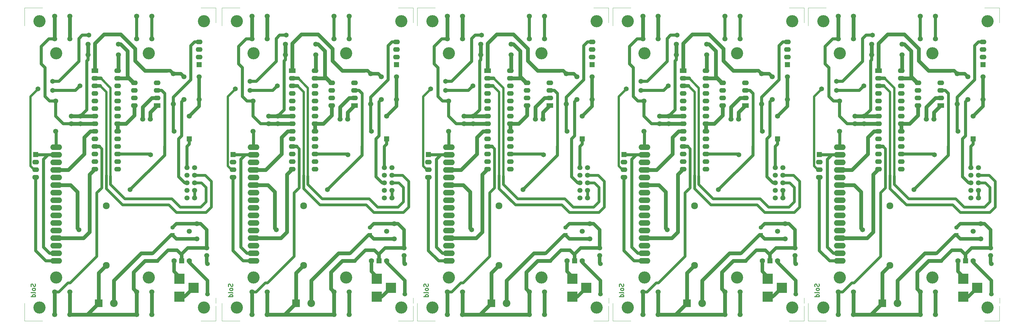
<source format=gbl>
G04 (created by PCBNEW (2013-07-07 BZR 4022)-stable) date 5/4/2015 1:16:15 PM*
%MOIN*%
G04 Gerber Fmt 3.4, Leading zero omitted, Abs format*
%FSLAX34Y34*%
G01*
G70*
G90*
G04 APERTURE LIST*
%ADD10C,0.00590551*%
%ADD11C,0.011811*%
%ADD12C,0.00393701*%
%ADD13C,0.0669291*%
%ADD14R,0.09X0.062*%
%ADD15O,0.09X0.062*%
%ADD16C,0.0905512*%
%ADD17O,0.152X0.076*%
%ADD18R,0.1X0.1*%
%ADD19C,0.1*%
%ADD20C,0.16*%
%ADD21R,0.0669291X0.0669291*%
%ADD22C,0.06*%
%ADD23C,0.066*%
%ADD24R,0.055X0.055*%
%ADD25C,0.055*%
%ADD26R,0.1378X0.1378*%
%ADD27C,0.07*%
%ADD28R,0.07X0.07*%
%ADD29C,0.065*%
%ADD30C,0.04*%
%ADD31C,0.045*%
%ADD32C,0.05*%
%ADD33C,0.03*%
%ADD34C,0.035*%
G04 APERTURE END LIST*
G54D10*
G54D11*
X13460Y-69392D02*
X13489Y-69476D01*
X13489Y-69617D01*
X13460Y-69673D01*
X13432Y-69701D01*
X13376Y-69729D01*
X13320Y-69729D01*
X13264Y-69701D01*
X13235Y-69673D01*
X13207Y-69617D01*
X13179Y-69504D01*
X13151Y-69448D01*
X13123Y-69420D01*
X13067Y-69392D01*
X13010Y-69392D01*
X12954Y-69420D01*
X12926Y-69448D01*
X12898Y-69504D01*
X12898Y-69645D01*
X12926Y-69729D01*
X13489Y-70067D02*
X13460Y-70010D01*
X13432Y-69982D01*
X13376Y-69954D01*
X13207Y-69954D01*
X13151Y-69982D01*
X13123Y-70010D01*
X13095Y-70067D01*
X13095Y-70151D01*
X13123Y-70207D01*
X13151Y-70235D01*
X13207Y-70264D01*
X13376Y-70264D01*
X13432Y-70235D01*
X13460Y-70207D01*
X13489Y-70151D01*
X13489Y-70067D01*
X13489Y-70601D02*
X13460Y-70545D01*
X13404Y-70517D01*
X12898Y-70517D01*
X13489Y-71079D02*
X12898Y-71079D01*
X13460Y-71079D02*
X13489Y-71023D01*
X13489Y-70910D01*
X13460Y-70854D01*
X13432Y-70826D01*
X13376Y-70798D01*
X13207Y-70798D01*
X13151Y-70826D01*
X13123Y-70854D01*
X13095Y-70910D01*
X13095Y-71023D01*
X13123Y-71079D01*
G54D12*
X37250Y-71950D02*
X37250Y-71250D01*
X12046Y-32941D02*
X12046Y-35303D01*
X12440Y-32941D02*
X12046Y-32941D01*
X12046Y-74279D02*
X12046Y-71917D01*
X12440Y-74279D02*
X12046Y-74279D01*
X37243Y-32941D02*
X37243Y-34909D01*
X35275Y-32941D02*
X37243Y-32941D01*
X37243Y-32941D02*
X35275Y-32941D01*
X37243Y-74279D02*
X37243Y-72311D01*
X37243Y-74279D02*
X35275Y-74279D01*
X12440Y-74279D02*
X14409Y-74279D01*
X12440Y-32941D02*
X14409Y-32941D01*
G54D11*
X116710Y-69392D02*
X116739Y-69476D01*
X116739Y-69617D01*
X116710Y-69673D01*
X116682Y-69701D01*
X116626Y-69729D01*
X116570Y-69729D01*
X116514Y-69701D01*
X116485Y-69673D01*
X116457Y-69617D01*
X116429Y-69504D01*
X116401Y-69448D01*
X116373Y-69420D01*
X116317Y-69392D01*
X116260Y-69392D01*
X116204Y-69420D01*
X116176Y-69448D01*
X116148Y-69504D01*
X116148Y-69645D01*
X116176Y-69729D01*
X116739Y-70067D02*
X116710Y-70010D01*
X116682Y-69982D01*
X116626Y-69954D01*
X116457Y-69954D01*
X116401Y-69982D01*
X116373Y-70010D01*
X116345Y-70067D01*
X116345Y-70151D01*
X116373Y-70207D01*
X116401Y-70235D01*
X116457Y-70264D01*
X116626Y-70264D01*
X116682Y-70235D01*
X116710Y-70207D01*
X116739Y-70151D01*
X116739Y-70067D01*
X116739Y-70601D02*
X116710Y-70545D01*
X116654Y-70517D01*
X116148Y-70517D01*
X116739Y-71079D02*
X116148Y-71079D01*
X116710Y-71079D02*
X116739Y-71023D01*
X116739Y-70910D01*
X116710Y-70854D01*
X116682Y-70826D01*
X116626Y-70798D01*
X116457Y-70798D01*
X116401Y-70826D01*
X116373Y-70854D01*
X116345Y-70910D01*
X116345Y-71023D01*
X116373Y-71079D01*
G54D12*
X140500Y-71950D02*
X140500Y-71250D01*
X115296Y-32941D02*
X115296Y-35303D01*
X115690Y-32941D02*
X115296Y-32941D01*
X115296Y-74279D02*
X115296Y-71917D01*
X115690Y-74279D02*
X115296Y-74279D01*
X140493Y-32941D02*
X140493Y-34909D01*
X138525Y-32941D02*
X140493Y-32941D01*
X140493Y-32941D02*
X138525Y-32941D01*
X140493Y-74279D02*
X140493Y-72311D01*
X140493Y-74279D02*
X138525Y-74279D01*
X115690Y-74279D02*
X117659Y-74279D01*
X115690Y-32941D02*
X117659Y-32941D01*
G54D11*
X90960Y-69392D02*
X90989Y-69476D01*
X90989Y-69617D01*
X90960Y-69673D01*
X90932Y-69701D01*
X90876Y-69729D01*
X90820Y-69729D01*
X90764Y-69701D01*
X90735Y-69673D01*
X90707Y-69617D01*
X90679Y-69504D01*
X90651Y-69448D01*
X90623Y-69420D01*
X90567Y-69392D01*
X90510Y-69392D01*
X90454Y-69420D01*
X90426Y-69448D01*
X90398Y-69504D01*
X90398Y-69645D01*
X90426Y-69729D01*
X90989Y-70067D02*
X90960Y-70010D01*
X90932Y-69982D01*
X90876Y-69954D01*
X90707Y-69954D01*
X90651Y-69982D01*
X90623Y-70010D01*
X90595Y-70067D01*
X90595Y-70151D01*
X90623Y-70207D01*
X90651Y-70235D01*
X90707Y-70264D01*
X90876Y-70264D01*
X90932Y-70235D01*
X90960Y-70207D01*
X90989Y-70151D01*
X90989Y-70067D01*
X90989Y-70601D02*
X90960Y-70545D01*
X90904Y-70517D01*
X90398Y-70517D01*
X90989Y-71079D02*
X90398Y-71079D01*
X90960Y-71079D02*
X90989Y-71023D01*
X90989Y-70910D01*
X90960Y-70854D01*
X90932Y-70826D01*
X90876Y-70798D01*
X90707Y-70798D01*
X90651Y-70826D01*
X90623Y-70854D01*
X90595Y-70910D01*
X90595Y-71023D01*
X90623Y-71079D01*
G54D12*
X114750Y-71950D02*
X114750Y-71250D01*
X89546Y-32941D02*
X89546Y-35303D01*
X89940Y-32941D02*
X89546Y-32941D01*
X89546Y-74279D02*
X89546Y-71917D01*
X89940Y-74279D02*
X89546Y-74279D01*
X114743Y-32941D02*
X114743Y-34909D01*
X112775Y-32941D02*
X114743Y-32941D01*
X114743Y-32941D02*
X112775Y-32941D01*
X114743Y-74279D02*
X114743Y-72311D01*
X114743Y-74279D02*
X112775Y-74279D01*
X89940Y-74279D02*
X91909Y-74279D01*
X89940Y-32941D02*
X91909Y-32941D01*
G54D11*
X39460Y-69392D02*
X39489Y-69476D01*
X39489Y-69617D01*
X39460Y-69673D01*
X39432Y-69701D01*
X39376Y-69729D01*
X39320Y-69729D01*
X39264Y-69701D01*
X39235Y-69673D01*
X39207Y-69617D01*
X39179Y-69504D01*
X39151Y-69448D01*
X39123Y-69420D01*
X39067Y-69392D01*
X39010Y-69392D01*
X38954Y-69420D01*
X38926Y-69448D01*
X38898Y-69504D01*
X38898Y-69645D01*
X38926Y-69729D01*
X39489Y-70067D02*
X39460Y-70010D01*
X39432Y-69982D01*
X39376Y-69954D01*
X39207Y-69954D01*
X39151Y-69982D01*
X39123Y-70010D01*
X39095Y-70067D01*
X39095Y-70151D01*
X39123Y-70207D01*
X39151Y-70235D01*
X39207Y-70264D01*
X39376Y-70264D01*
X39432Y-70235D01*
X39460Y-70207D01*
X39489Y-70151D01*
X39489Y-70067D01*
X39489Y-70601D02*
X39460Y-70545D01*
X39404Y-70517D01*
X38898Y-70517D01*
X39489Y-71079D02*
X38898Y-71079D01*
X39460Y-71079D02*
X39489Y-71023D01*
X39489Y-70910D01*
X39460Y-70854D01*
X39432Y-70826D01*
X39376Y-70798D01*
X39207Y-70798D01*
X39151Y-70826D01*
X39123Y-70854D01*
X39095Y-70910D01*
X39095Y-71023D01*
X39123Y-71079D01*
G54D12*
X63250Y-71950D02*
X63250Y-71250D01*
X38046Y-32941D02*
X38046Y-35303D01*
X38440Y-32941D02*
X38046Y-32941D01*
X38046Y-74279D02*
X38046Y-71917D01*
X38440Y-74279D02*
X38046Y-74279D01*
X63243Y-32941D02*
X63243Y-34909D01*
X61275Y-32941D02*
X63243Y-32941D01*
X63243Y-32941D02*
X61275Y-32941D01*
X63243Y-74279D02*
X63243Y-72311D01*
X63243Y-74279D02*
X61275Y-74279D01*
X38440Y-74279D02*
X40409Y-74279D01*
X38440Y-32941D02*
X40409Y-32941D01*
G54D11*
X65210Y-69392D02*
X65239Y-69476D01*
X65239Y-69617D01*
X65210Y-69673D01*
X65182Y-69701D01*
X65126Y-69729D01*
X65070Y-69729D01*
X65014Y-69701D01*
X64985Y-69673D01*
X64957Y-69617D01*
X64929Y-69504D01*
X64901Y-69448D01*
X64873Y-69420D01*
X64817Y-69392D01*
X64760Y-69392D01*
X64704Y-69420D01*
X64676Y-69448D01*
X64648Y-69504D01*
X64648Y-69645D01*
X64676Y-69729D01*
X65239Y-70067D02*
X65210Y-70010D01*
X65182Y-69982D01*
X65126Y-69954D01*
X64957Y-69954D01*
X64901Y-69982D01*
X64873Y-70010D01*
X64845Y-70067D01*
X64845Y-70151D01*
X64873Y-70207D01*
X64901Y-70235D01*
X64957Y-70264D01*
X65126Y-70264D01*
X65182Y-70235D01*
X65210Y-70207D01*
X65239Y-70151D01*
X65239Y-70067D01*
X65239Y-70601D02*
X65210Y-70545D01*
X65154Y-70517D01*
X64648Y-70517D01*
X65239Y-71079D02*
X64648Y-71079D01*
X65210Y-71079D02*
X65239Y-71023D01*
X65239Y-70910D01*
X65210Y-70854D01*
X65182Y-70826D01*
X65126Y-70798D01*
X64957Y-70798D01*
X64901Y-70826D01*
X64873Y-70854D01*
X64845Y-70910D01*
X64845Y-71023D01*
X64873Y-71079D01*
G54D12*
X89000Y-71950D02*
X89000Y-71250D01*
X63796Y-32941D02*
X63796Y-35303D01*
X64190Y-32941D02*
X63796Y-32941D01*
X63796Y-74279D02*
X63796Y-71917D01*
X64190Y-74279D02*
X63796Y-74279D01*
X88993Y-32941D02*
X88993Y-34909D01*
X87025Y-32941D02*
X88993Y-32941D01*
X88993Y-32941D02*
X87025Y-32941D01*
X88993Y-74279D02*
X88993Y-72311D01*
X88993Y-74279D02*
X87025Y-74279D01*
X64190Y-74279D02*
X66159Y-74279D01*
X64190Y-32941D02*
X66159Y-32941D01*
G54D13*
X33450Y-54050D03*
X34450Y-54050D03*
X33450Y-55050D03*
X34450Y-55050D03*
X33450Y-56050D03*
X34450Y-56050D03*
X33450Y-57050D03*
X34450Y-57050D03*
X33450Y-58050D03*
X34450Y-58050D03*
X34750Y-63450D03*
X33750Y-62450D03*
X34750Y-61450D03*
X16150Y-49250D03*
X16150Y-45250D03*
X20400Y-39150D03*
X24400Y-39150D03*
X20400Y-37750D03*
X24400Y-37750D03*
X31650Y-45650D03*
X31650Y-41650D03*
G54D14*
X29500Y-45850D03*
G54D15*
X29500Y-44850D03*
X29500Y-43850D03*
X29500Y-42850D03*
X26500Y-42850D03*
X26500Y-43850D03*
X26500Y-44850D03*
X26500Y-45850D03*
X21300Y-42250D03*
X21300Y-43250D03*
X21300Y-44250D03*
X21300Y-45250D03*
X21300Y-46250D03*
X21300Y-47250D03*
X21300Y-48250D03*
X21300Y-49250D03*
X21300Y-50250D03*
X21300Y-51250D03*
X21300Y-52250D03*
X21300Y-53250D03*
X21300Y-54250D03*
G54D14*
X21300Y-41250D03*
G54D15*
X24300Y-54250D03*
X24300Y-53250D03*
X24300Y-52250D03*
X24300Y-51250D03*
X24300Y-50250D03*
X24300Y-49250D03*
X24300Y-48250D03*
X24300Y-47250D03*
X24300Y-46250D03*
X24300Y-45250D03*
X24300Y-44250D03*
X24300Y-43250D03*
X24300Y-42250D03*
X24300Y-41250D03*
G54D13*
X27600Y-47650D03*
X28600Y-47650D03*
X18200Y-47250D03*
X18200Y-48250D03*
X19400Y-47250D03*
X19400Y-48250D03*
G54D16*
X22800Y-59076D03*
X22800Y-66950D03*
G54D17*
X16200Y-66350D03*
X16200Y-65350D03*
X16200Y-64350D03*
X16200Y-63350D03*
X16200Y-62350D03*
X16200Y-61350D03*
X16200Y-60350D03*
X16200Y-59350D03*
X16200Y-58350D03*
X16200Y-57350D03*
X16200Y-56350D03*
X16200Y-55350D03*
X16200Y-54350D03*
X16200Y-53350D03*
X16200Y-52350D03*
X16200Y-51350D03*
G54D13*
X26800Y-70450D03*
X28800Y-70450D03*
X26800Y-73450D03*
X28800Y-73450D03*
X26800Y-34050D03*
X28800Y-34050D03*
X26800Y-37050D03*
X28800Y-37050D03*
X18000Y-73450D03*
X16000Y-73450D03*
X18000Y-70450D03*
X16000Y-70450D03*
X16000Y-34050D03*
X18000Y-34050D03*
X16000Y-37050D03*
X18000Y-37050D03*
X35050Y-45050D03*
X33050Y-45050D03*
X35050Y-42050D03*
X33050Y-42050D03*
G54D18*
X21800Y-71950D03*
G54D19*
X23800Y-71950D03*
G54D20*
X35668Y-72508D03*
X14015Y-72508D03*
X14015Y-34712D03*
X35668Y-34712D03*
X16200Y-38950D03*
X16200Y-68550D03*
X28400Y-68550D03*
X28400Y-38950D03*
G54D21*
X33750Y-50250D03*
G54D13*
X33750Y-47250D03*
G54D21*
X35050Y-40450D03*
G54D15*
X35050Y-39450D03*
X35050Y-38450D03*
X35050Y-37450D03*
G54D21*
X13500Y-52300D03*
G54D15*
X13500Y-53300D03*
X13500Y-54300D03*
X13500Y-55300D03*
G54D22*
X36150Y-66750D03*
X36150Y-70750D03*
G54D23*
X36050Y-65650D03*
X36050Y-64650D03*
G54D24*
X31550Y-62950D03*
G54D25*
X31550Y-61950D03*
G54D26*
X32450Y-68709D03*
X32450Y-71071D03*
X34300Y-69890D03*
G54D27*
X31750Y-66350D03*
G54D28*
X32750Y-66350D03*
G54D27*
X33750Y-66350D03*
G54D13*
X136700Y-54050D03*
X137700Y-54050D03*
X136700Y-55050D03*
X137700Y-55050D03*
X136700Y-56050D03*
X137700Y-56050D03*
X136700Y-57050D03*
X137700Y-57050D03*
X136700Y-58050D03*
X137700Y-58050D03*
X138000Y-63450D03*
X137000Y-62450D03*
X138000Y-61450D03*
X119400Y-49250D03*
X119400Y-45250D03*
X123650Y-39150D03*
X127650Y-39150D03*
X123650Y-37750D03*
X127650Y-37750D03*
X134900Y-45650D03*
X134900Y-41650D03*
G54D14*
X132750Y-45850D03*
G54D15*
X132750Y-44850D03*
X132750Y-43850D03*
X132750Y-42850D03*
X129750Y-42850D03*
X129750Y-43850D03*
X129750Y-44850D03*
X129750Y-45850D03*
X124550Y-42250D03*
X124550Y-43250D03*
X124550Y-44250D03*
X124550Y-45250D03*
X124550Y-46250D03*
X124550Y-47250D03*
X124550Y-48250D03*
X124550Y-49250D03*
X124550Y-50250D03*
X124550Y-51250D03*
X124550Y-52250D03*
X124550Y-53250D03*
X124550Y-54250D03*
G54D14*
X124550Y-41250D03*
G54D15*
X127550Y-54250D03*
X127550Y-53250D03*
X127550Y-52250D03*
X127550Y-51250D03*
X127550Y-50250D03*
X127550Y-49250D03*
X127550Y-48250D03*
X127550Y-47250D03*
X127550Y-46250D03*
X127550Y-45250D03*
X127550Y-44250D03*
X127550Y-43250D03*
X127550Y-42250D03*
X127550Y-41250D03*
G54D13*
X130850Y-47650D03*
X131850Y-47650D03*
X121450Y-47250D03*
X121450Y-48250D03*
X122650Y-47250D03*
X122650Y-48250D03*
G54D16*
X126050Y-59076D03*
X126050Y-66950D03*
G54D17*
X119450Y-66350D03*
X119450Y-65350D03*
X119450Y-64350D03*
X119450Y-63350D03*
X119450Y-62350D03*
X119450Y-61350D03*
X119450Y-60350D03*
X119450Y-59350D03*
X119450Y-58350D03*
X119450Y-57350D03*
X119450Y-56350D03*
X119450Y-55350D03*
X119450Y-54350D03*
X119450Y-53350D03*
X119450Y-52350D03*
X119450Y-51350D03*
G54D13*
X130050Y-70450D03*
X132050Y-70450D03*
X130050Y-73450D03*
X132050Y-73450D03*
X130050Y-34050D03*
X132050Y-34050D03*
X130050Y-37050D03*
X132050Y-37050D03*
X121250Y-73450D03*
X119250Y-73450D03*
X121250Y-70450D03*
X119250Y-70450D03*
X119250Y-34050D03*
X121250Y-34050D03*
X119250Y-37050D03*
X121250Y-37050D03*
X138300Y-45050D03*
X136300Y-45050D03*
X138300Y-42050D03*
X136300Y-42050D03*
G54D18*
X125050Y-71950D03*
G54D19*
X127050Y-71950D03*
G54D20*
X138918Y-72508D03*
X117265Y-72508D03*
X117265Y-34712D03*
X138918Y-34712D03*
X119450Y-38950D03*
X119450Y-68550D03*
X131650Y-68550D03*
X131650Y-38950D03*
G54D21*
X137000Y-50250D03*
G54D13*
X137000Y-47250D03*
G54D21*
X138300Y-40450D03*
G54D15*
X138300Y-39450D03*
X138300Y-38450D03*
X138300Y-37450D03*
G54D21*
X116750Y-52300D03*
G54D15*
X116750Y-53300D03*
X116750Y-54300D03*
X116750Y-55300D03*
G54D22*
X139400Y-66750D03*
X139400Y-70750D03*
G54D23*
X139300Y-65650D03*
X139300Y-64650D03*
G54D24*
X134800Y-62950D03*
G54D25*
X134800Y-61950D03*
G54D26*
X135700Y-68709D03*
X135700Y-71071D03*
X137550Y-69890D03*
G54D27*
X135000Y-66350D03*
G54D28*
X136000Y-66350D03*
G54D27*
X137000Y-66350D03*
G54D13*
X110950Y-54050D03*
X111950Y-54050D03*
X110950Y-55050D03*
X111950Y-55050D03*
X110950Y-56050D03*
X111950Y-56050D03*
X110950Y-57050D03*
X111950Y-57050D03*
X110950Y-58050D03*
X111950Y-58050D03*
X112250Y-63450D03*
X111250Y-62450D03*
X112250Y-61450D03*
X93650Y-49250D03*
X93650Y-45250D03*
X97900Y-39150D03*
X101900Y-39150D03*
X97900Y-37750D03*
X101900Y-37750D03*
X109150Y-45650D03*
X109150Y-41650D03*
G54D14*
X107000Y-45850D03*
G54D15*
X107000Y-44850D03*
X107000Y-43850D03*
X107000Y-42850D03*
X104000Y-42850D03*
X104000Y-43850D03*
X104000Y-44850D03*
X104000Y-45850D03*
X98800Y-42250D03*
X98800Y-43250D03*
X98800Y-44250D03*
X98800Y-45250D03*
X98800Y-46250D03*
X98800Y-47250D03*
X98800Y-48250D03*
X98800Y-49250D03*
X98800Y-50250D03*
X98800Y-51250D03*
X98800Y-52250D03*
X98800Y-53250D03*
X98800Y-54250D03*
G54D14*
X98800Y-41250D03*
G54D15*
X101800Y-54250D03*
X101800Y-53250D03*
X101800Y-52250D03*
X101800Y-51250D03*
X101800Y-50250D03*
X101800Y-49250D03*
X101800Y-48250D03*
X101800Y-47250D03*
X101800Y-46250D03*
X101800Y-45250D03*
X101800Y-44250D03*
X101800Y-43250D03*
X101800Y-42250D03*
X101800Y-41250D03*
G54D13*
X105100Y-47650D03*
X106100Y-47650D03*
X95700Y-47250D03*
X95700Y-48250D03*
X96900Y-47250D03*
X96900Y-48250D03*
G54D16*
X100300Y-59076D03*
X100300Y-66950D03*
G54D17*
X93700Y-66350D03*
X93700Y-65350D03*
X93700Y-64350D03*
X93700Y-63350D03*
X93700Y-62350D03*
X93700Y-61350D03*
X93700Y-60350D03*
X93700Y-59350D03*
X93700Y-58350D03*
X93700Y-57350D03*
X93700Y-56350D03*
X93700Y-55350D03*
X93700Y-54350D03*
X93700Y-53350D03*
X93700Y-52350D03*
X93700Y-51350D03*
G54D13*
X104300Y-70450D03*
X106300Y-70450D03*
X104300Y-73450D03*
X106300Y-73450D03*
X104300Y-34050D03*
X106300Y-34050D03*
X104300Y-37050D03*
X106300Y-37050D03*
X95500Y-73450D03*
X93500Y-73450D03*
X95500Y-70450D03*
X93500Y-70450D03*
X93500Y-34050D03*
X95500Y-34050D03*
X93500Y-37050D03*
X95500Y-37050D03*
X112550Y-45050D03*
X110550Y-45050D03*
X112550Y-42050D03*
X110550Y-42050D03*
G54D18*
X99300Y-71950D03*
G54D19*
X101300Y-71950D03*
G54D20*
X113168Y-72508D03*
X91515Y-72508D03*
X91515Y-34712D03*
X113168Y-34712D03*
X93700Y-38950D03*
X93700Y-68550D03*
X105900Y-68550D03*
X105900Y-38950D03*
G54D21*
X111250Y-50250D03*
G54D13*
X111250Y-47250D03*
G54D21*
X112550Y-40450D03*
G54D15*
X112550Y-39450D03*
X112550Y-38450D03*
X112550Y-37450D03*
G54D21*
X91000Y-52300D03*
G54D15*
X91000Y-53300D03*
X91000Y-54300D03*
X91000Y-55300D03*
G54D22*
X113650Y-66750D03*
X113650Y-70750D03*
G54D23*
X113550Y-65650D03*
X113550Y-64650D03*
G54D24*
X109050Y-62950D03*
G54D25*
X109050Y-61950D03*
G54D26*
X109950Y-68709D03*
X109950Y-71071D03*
X111800Y-69890D03*
G54D27*
X109250Y-66350D03*
G54D28*
X110250Y-66350D03*
G54D27*
X111250Y-66350D03*
G54D13*
X59450Y-54050D03*
X60450Y-54050D03*
X59450Y-55050D03*
X60450Y-55050D03*
X59450Y-56050D03*
X60450Y-56050D03*
X59450Y-57050D03*
X60450Y-57050D03*
X59450Y-58050D03*
X60450Y-58050D03*
X60750Y-63450D03*
X59750Y-62450D03*
X60750Y-61450D03*
X42150Y-49250D03*
X42150Y-45250D03*
X46400Y-39150D03*
X50400Y-39150D03*
X46400Y-37750D03*
X50400Y-37750D03*
X57650Y-45650D03*
X57650Y-41650D03*
G54D14*
X55500Y-45850D03*
G54D15*
X55500Y-44850D03*
X55500Y-43850D03*
X55500Y-42850D03*
X52500Y-42850D03*
X52500Y-43850D03*
X52500Y-44850D03*
X52500Y-45850D03*
X47300Y-42250D03*
X47300Y-43250D03*
X47300Y-44250D03*
X47300Y-45250D03*
X47300Y-46250D03*
X47300Y-47250D03*
X47300Y-48250D03*
X47300Y-49250D03*
X47300Y-50250D03*
X47300Y-51250D03*
X47300Y-52250D03*
X47300Y-53250D03*
X47300Y-54250D03*
G54D14*
X47300Y-41250D03*
G54D15*
X50300Y-54250D03*
X50300Y-53250D03*
X50300Y-52250D03*
X50300Y-51250D03*
X50300Y-50250D03*
X50300Y-49250D03*
X50300Y-48250D03*
X50300Y-47250D03*
X50300Y-46250D03*
X50300Y-45250D03*
X50300Y-44250D03*
X50300Y-43250D03*
X50300Y-42250D03*
X50300Y-41250D03*
G54D13*
X53600Y-47650D03*
X54600Y-47650D03*
X44200Y-47250D03*
X44200Y-48250D03*
X45400Y-47250D03*
X45400Y-48250D03*
G54D16*
X48800Y-59076D03*
X48800Y-66950D03*
G54D17*
X42200Y-66350D03*
X42200Y-65350D03*
X42200Y-64350D03*
X42200Y-63350D03*
X42200Y-62350D03*
X42200Y-61350D03*
X42200Y-60350D03*
X42200Y-59350D03*
X42200Y-58350D03*
X42200Y-57350D03*
X42200Y-56350D03*
X42200Y-55350D03*
X42200Y-54350D03*
X42200Y-53350D03*
X42200Y-52350D03*
X42200Y-51350D03*
G54D13*
X52800Y-70450D03*
X54800Y-70450D03*
X52800Y-73450D03*
X54800Y-73450D03*
X52800Y-34050D03*
X54800Y-34050D03*
X52800Y-37050D03*
X54800Y-37050D03*
X44000Y-73450D03*
X42000Y-73450D03*
X44000Y-70450D03*
X42000Y-70450D03*
X42000Y-34050D03*
X44000Y-34050D03*
X42000Y-37050D03*
X44000Y-37050D03*
X61050Y-45050D03*
X59050Y-45050D03*
X61050Y-42050D03*
X59050Y-42050D03*
G54D18*
X47800Y-71950D03*
G54D19*
X49800Y-71950D03*
G54D20*
X61668Y-72508D03*
X40015Y-72508D03*
X40015Y-34712D03*
X61668Y-34712D03*
X42200Y-38950D03*
X42200Y-68550D03*
X54400Y-68550D03*
X54400Y-38950D03*
G54D21*
X59750Y-50250D03*
G54D13*
X59750Y-47250D03*
G54D21*
X61050Y-40450D03*
G54D15*
X61050Y-39450D03*
X61050Y-38450D03*
X61050Y-37450D03*
G54D21*
X39500Y-52300D03*
G54D15*
X39500Y-53300D03*
X39500Y-54300D03*
X39500Y-55300D03*
G54D22*
X62150Y-66750D03*
X62150Y-70750D03*
G54D23*
X62050Y-65650D03*
X62050Y-64650D03*
G54D24*
X57550Y-62950D03*
G54D25*
X57550Y-61950D03*
G54D26*
X58450Y-68709D03*
X58450Y-71071D03*
X60300Y-69890D03*
G54D27*
X57750Y-66350D03*
G54D28*
X58750Y-66350D03*
G54D27*
X59750Y-66350D03*
G54D13*
X85200Y-54050D03*
X86200Y-54050D03*
X85200Y-55050D03*
X86200Y-55050D03*
X85200Y-56050D03*
X86200Y-56050D03*
X85200Y-57050D03*
X86200Y-57050D03*
X85200Y-58050D03*
X86200Y-58050D03*
X86500Y-63450D03*
X85500Y-62450D03*
X86500Y-61450D03*
X67900Y-49250D03*
X67900Y-45250D03*
X72150Y-39150D03*
X76150Y-39150D03*
X72150Y-37750D03*
X76150Y-37750D03*
X83400Y-45650D03*
X83400Y-41650D03*
G54D14*
X81250Y-45850D03*
G54D15*
X81250Y-44850D03*
X81250Y-43850D03*
X81250Y-42850D03*
X78250Y-42850D03*
X78250Y-43850D03*
X78250Y-44850D03*
X78250Y-45850D03*
X73050Y-42250D03*
X73050Y-43250D03*
X73050Y-44250D03*
X73050Y-45250D03*
X73050Y-46250D03*
X73050Y-47250D03*
X73050Y-48250D03*
X73050Y-49250D03*
X73050Y-50250D03*
X73050Y-51250D03*
X73050Y-52250D03*
X73050Y-53250D03*
X73050Y-54250D03*
G54D14*
X73050Y-41250D03*
G54D15*
X76050Y-54250D03*
X76050Y-53250D03*
X76050Y-52250D03*
X76050Y-51250D03*
X76050Y-50250D03*
X76050Y-49250D03*
X76050Y-48250D03*
X76050Y-47250D03*
X76050Y-46250D03*
X76050Y-45250D03*
X76050Y-44250D03*
X76050Y-43250D03*
X76050Y-42250D03*
X76050Y-41250D03*
G54D13*
X79350Y-47650D03*
X80350Y-47650D03*
X69950Y-47250D03*
X69950Y-48250D03*
X71150Y-47250D03*
X71150Y-48250D03*
G54D16*
X74550Y-59076D03*
X74550Y-66950D03*
G54D17*
X67950Y-66350D03*
X67950Y-65350D03*
X67950Y-64350D03*
X67950Y-63350D03*
X67950Y-62350D03*
X67950Y-61350D03*
X67950Y-60350D03*
X67950Y-59350D03*
X67950Y-58350D03*
X67950Y-57350D03*
X67950Y-56350D03*
X67950Y-55350D03*
X67950Y-54350D03*
X67950Y-53350D03*
X67950Y-52350D03*
X67950Y-51350D03*
G54D13*
X78550Y-70450D03*
X80550Y-70450D03*
X78550Y-73450D03*
X80550Y-73450D03*
X78550Y-34050D03*
X80550Y-34050D03*
X78550Y-37050D03*
X80550Y-37050D03*
X69750Y-73450D03*
X67750Y-73450D03*
X69750Y-70450D03*
X67750Y-70450D03*
X67750Y-34050D03*
X69750Y-34050D03*
X67750Y-37050D03*
X69750Y-37050D03*
X86800Y-45050D03*
X84800Y-45050D03*
X86800Y-42050D03*
X84800Y-42050D03*
G54D18*
X73550Y-71950D03*
G54D19*
X75550Y-71950D03*
G54D20*
X87418Y-72508D03*
X65765Y-72508D03*
X65765Y-34712D03*
X87418Y-34712D03*
X67950Y-38950D03*
X67950Y-68550D03*
X80150Y-68550D03*
X80150Y-38950D03*
G54D21*
X85500Y-50250D03*
G54D13*
X85500Y-47250D03*
G54D21*
X86800Y-40450D03*
G54D15*
X86800Y-39450D03*
X86800Y-38450D03*
X86800Y-37450D03*
G54D21*
X65250Y-52300D03*
G54D15*
X65250Y-53300D03*
X65250Y-54300D03*
X65250Y-55300D03*
G54D22*
X87900Y-66750D03*
X87900Y-70750D03*
G54D23*
X87800Y-65650D03*
X87800Y-64650D03*
G54D24*
X83300Y-62950D03*
G54D25*
X83300Y-61950D03*
G54D26*
X84200Y-68709D03*
X84200Y-71071D03*
X86050Y-69890D03*
G54D27*
X83500Y-66350D03*
G54D28*
X84500Y-66350D03*
G54D27*
X85500Y-66350D03*
G54D29*
X31750Y-49250D03*
X135000Y-49250D03*
X109250Y-49250D03*
X57750Y-49250D03*
X83500Y-49250D03*
X13800Y-43650D03*
X15750Y-42650D03*
X20500Y-36550D03*
X117050Y-43650D03*
X119000Y-42650D03*
X123750Y-36550D03*
X91300Y-43650D03*
X93250Y-42650D03*
X98000Y-36550D03*
X39800Y-43650D03*
X41750Y-42650D03*
X46500Y-36550D03*
X65550Y-43650D03*
X67500Y-42650D03*
X72250Y-36550D03*
X19200Y-62250D03*
X122450Y-62250D03*
X96700Y-62250D03*
X45200Y-62250D03*
X70950Y-62250D03*
X28650Y-52350D03*
X131900Y-52350D03*
X106150Y-52350D03*
X54650Y-52350D03*
X80400Y-52350D03*
X15750Y-43850D03*
X19350Y-43250D03*
X119000Y-43850D03*
X122600Y-43250D03*
X93250Y-43850D03*
X96850Y-43250D03*
X41750Y-43850D03*
X45350Y-43250D03*
X67500Y-43850D03*
X71100Y-43250D03*
X25950Y-56950D03*
X129200Y-56950D03*
X103450Y-56950D03*
X51950Y-56950D03*
X77700Y-56950D03*
G54D30*
X16200Y-52350D02*
X15150Y-52350D01*
X15350Y-65350D02*
X16200Y-65350D01*
X14550Y-64550D02*
X15350Y-65350D01*
X14550Y-52950D02*
X14550Y-64550D01*
X15150Y-52350D02*
X14550Y-52950D01*
X16200Y-52350D02*
X13550Y-52350D01*
X13550Y-52350D02*
X13500Y-52300D01*
G54D31*
X31550Y-62950D02*
X31350Y-62950D01*
X28950Y-65350D02*
X28250Y-65350D01*
X31350Y-62950D02*
X28950Y-65350D01*
X34750Y-63450D02*
X32050Y-63450D01*
X32050Y-63450D02*
X31550Y-62950D01*
X36150Y-70750D02*
X36150Y-68950D01*
X36150Y-68950D02*
X33750Y-66550D01*
X33750Y-66550D02*
X33750Y-66350D01*
G54D30*
X31750Y-49250D02*
X31650Y-49150D01*
X31650Y-49150D02*
X31650Y-45650D01*
X31650Y-45650D02*
X31650Y-44750D01*
X34450Y-37450D02*
X35050Y-37450D01*
X33950Y-37950D02*
X34450Y-37450D01*
X33950Y-42450D02*
X33950Y-37950D01*
X31650Y-44750D02*
X33950Y-42450D01*
X20400Y-39150D02*
X20400Y-39800D01*
X20250Y-46400D02*
X19400Y-47250D01*
X20250Y-39950D02*
X20250Y-46400D01*
X20400Y-39800D02*
X20250Y-39950D01*
G54D32*
X23800Y-68950D02*
X23800Y-71950D01*
X28250Y-65350D02*
X27400Y-65350D01*
X27400Y-65350D02*
X23800Y-68950D01*
X28800Y-65350D02*
X28250Y-65350D01*
G54D30*
X24400Y-49150D02*
X24300Y-49250D01*
G54D32*
X20400Y-37750D02*
X20400Y-39150D01*
X24300Y-48250D02*
X25400Y-48250D01*
X25400Y-48250D02*
X26500Y-47150D01*
X26500Y-47150D02*
X26500Y-45850D01*
X24300Y-49250D02*
X24300Y-48250D01*
X19400Y-47250D02*
X21300Y-47250D01*
X18200Y-47250D02*
X19400Y-47250D01*
G54D30*
X119450Y-52350D02*
X118400Y-52350D01*
X118600Y-65350D02*
X119450Y-65350D01*
X117800Y-64550D02*
X118600Y-65350D01*
X117800Y-52950D02*
X117800Y-64550D01*
X118400Y-52350D02*
X117800Y-52950D01*
X119450Y-52350D02*
X116800Y-52350D01*
X116800Y-52350D02*
X116750Y-52300D01*
G54D31*
X134800Y-62950D02*
X134600Y-62950D01*
X132200Y-65350D02*
X131500Y-65350D01*
X134600Y-62950D02*
X132200Y-65350D01*
X138000Y-63450D02*
X135300Y-63450D01*
X135300Y-63450D02*
X134800Y-62950D01*
X139400Y-70750D02*
X139400Y-68950D01*
X139400Y-68950D02*
X137000Y-66550D01*
X137000Y-66550D02*
X137000Y-66350D01*
G54D30*
X135000Y-49250D02*
X134900Y-49150D01*
X134900Y-49150D02*
X134900Y-45650D01*
X134900Y-45650D02*
X134900Y-44750D01*
X137700Y-37450D02*
X138300Y-37450D01*
X137200Y-37950D02*
X137700Y-37450D01*
X137200Y-42450D02*
X137200Y-37950D01*
X134900Y-44750D02*
X137200Y-42450D01*
X123650Y-39150D02*
X123650Y-39800D01*
X123500Y-46400D02*
X122650Y-47250D01*
X123500Y-39950D02*
X123500Y-46400D01*
X123650Y-39800D02*
X123500Y-39950D01*
G54D32*
X127050Y-68950D02*
X127050Y-71950D01*
X131500Y-65350D02*
X130650Y-65350D01*
X130650Y-65350D02*
X127050Y-68950D01*
X132050Y-65350D02*
X131500Y-65350D01*
G54D30*
X127650Y-49150D02*
X127550Y-49250D01*
G54D32*
X123650Y-37750D02*
X123650Y-39150D01*
X127550Y-48250D02*
X128650Y-48250D01*
X128650Y-48250D02*
X129750Y-47150D01*
X129750Y-47150D02*
X129750Y-45850D01*
X127550Y-49250D02*
X127550Y-48250D01*
X122650Y-47250D02*
X124550Y-47250D01*
X121450Y-47250D02*
X122650Y-47250D01*
G54D30*
X93700Y-52350D02*
X92650Y-52350D01*
X92850Y-65350D02*
X93700Y-65350D01*
X92050Y-64550D02*
X92850Y-65350D01*
X92050Y-52950D02*
X92050Y-64550D01*
X92650Y-52350D02*
X92050Y-52950D01*
X93700Y-52350D02*
X91050Y-52350D01*
X91050Y-52350D02*
X91000Y-52300D01*
G54D31*
X109050Y-62950D02*
X108850Y-62950D01*
X106450Y-65350D02*
X105750Y-65350D01*
X108850Y-62950D02*
X106450Y-65350D01*
X112250Y-63450D02*
X109550Y-63450D01*
X109550Y-63450D02*
X109050Y-62950D01*
X113650Y-70750D02*
X113650Y-68950D01*
X113650Y-68950D02*
X111250Y-66550D01*
X111250Y-66550D02*
X111250Y-66350D01*
G54D30*
X109250Y-49250D02*
X109150Y-49150D01*
X109150Y-49150D02*
X109150Y-45650D01*
X109150Y-45650D02*
X109150Y-44750D01*
X111950Y-37450D02*
X112550Y-37450D01*
X111450Y-37950D02*
X111950Y-37450D01*
X111450Y-42450D02*
X111450Y-37950D01*
X109150Y-44750D02*
X111450Y-42450D01*
X97900Y-39150D02*
X97900Y-39800D01*
X97750Y-46400D02*
X96900Y-47250D01*
X97750Y-39950D02*
X97750Y-46400D01*
X97900Y-39800D02*
X97750Y-39950D01*
G54D32*
X101300Y-68950D02*
X101300Y-71950D01*
X105750Y-65350D02*
X104900Y-65350D01*
X104900Y-65350D02*
X101300Y-68950D01*
X106300Y-65350D02*
X105750Y-65350D01*
G54D30*
X101900Y-49150D02*
X101800Y-49250D01*
G54D32*
X97900Y-37750D02*
X97900Y-39150D01*
X101800Y-48250D02*
X102900Y-48250D01*
X102900Y-48250D02*
X104000Y-47150D01*
X104000Y-47150D02*
X104000Y-45850D01*
X101800Y-49250D02*
X101800Y-48250D01*
X96900Y-47250D02*
X98800Y-47250D01*
X95700Y-47250D02*
X96900Y-47250D01*
G54D30*
X42200Y-52350D02*
X41150Y-52350D01*
X41350Y-65350D02*
X42200Y-65350D01*
X40550Y-64550D02*
X41350Y-65350D01*
X40550Y-52950D02*
X40550Y-64550D01*
X41150Y-52350D02*
X40550Y-52950D01*
X42200Y-52350D02*
X39550Y-52350D01*
X39550Y-52350D02*
X39500Y-52300D01*
G54D31*
X57550Y-62950D02*
X57350Y-62950D01*
X54950Y-65350D02*
X54250Y-65350D01*
X57350Y-62950D02*
X54950Y-65350D01*
X60750Y-63450D02*
X58050Y-63450D01*
X58050Y-63450D02*
X57550Y-62950D01*
X62150Y-70750D02*
X62150Y-68950D01*
X62150Y-68950D02*
X59750Y-66550D01*
X59750Y-66550D02*
X59750Y-66350D01*
G54D30*
X57750Y-49250D02*
X57650Y-49150D01*
X57650Y-49150D02*
X57650Y-45650D01*
X57650Y-45650D02*
X57650Y-44750D01*
X60450Y-37450D02*
X61050Y-37450D01*
X59950Y-37950D02*
X60450Y-37450D01*
X59950Y-42450D02*
X59950Y-37950D01*
X57650Y-44750D02*
X59950Y-42450D01*
X46400Y-39150D02*
X46400Y-39800D01*
X46250Y-46400D02*
X45400Y-47250D01*
X46250Y-39950D02*
X46250Y-46400D01*
X46400Y-39800D02*
X46250Y-39950D01*
G54D32*
X49800Y-68950D02*
X49800Y-71950D01*
X54250Y-65350D02*
X53400Y-65350D01*
X53400Y-65350D02*
X49800Y-68950D01*
X54800Y-65350D02*
X54250Y-65350D01*
G54D30*
X50400Y-49150D02*
X50300Y-49250D01*
G54D32*
X46400Y-37750D02*
X46400Y-39150D01*
X50300Y-48250D02*
X51400Y-48250D01*
X51400Y-48250D02*
X52500Y-47150D01*
X52500Y-47150D02*
X52500Y-45850D01*
X50300Y-49250D02*
X50300Y-48250D01*
X45400Y-47250D02*
X47300Y-47250D01*
X44200Y-47250D02*
X45400Y-47250D01*
G54D30*
X67950Y-52350D02*
X66900Y-52350D01*
X67100Y-65350D02*
X67950Y-65350D01*
X66300Y-64550D02*
X67100Y-65350D01*
X66300Y-52950D02*
X66300Y-64550D01*
X66900Y-52350D02*
X66300Y-52950D01*
X67950Y-52350D02*
X65300Y-52350D01*
X65300Y-52350D02*
X65250Y-52300D01*
G54D31*
X83300Y-62950D02*
X83100Y-62950D01*
X80700Y-65350D02*
X80000Y-65350D01*
X83100Y-62950D02*
X80700Y-65350D01*
X86500Y-63450D02*
X83800Y-63450D01*
X83800Y-63450D02*
X83300Y-62950D01*
X87900Y-70750D02*
X87900Y-68950D01*
X87900Y-68950D02*
X85500Y-66550D01*
X85500Y-66550D02*
X85500Y-66350D01*
G54D30*
X83500Y-49250D02*
X83400Y-49150D01*
X83400Y-49150D02*
X83400Y-45650D01*
X83400Y-45650D02*
X83400Y-44750D01*
X86200Y-37450D02*
X86800Y-37450D01*
X85700Y-37950D02*
X86200Y-37450D01*
X85700Y-42450D02*
X85700Y-37950D01*
X83400Y-44750D02*
X85700Y-42450D01*
X72150Y-39150D02*
X72150Y-39800D01*
X72000Y-46400D02*
X71150Y-47250D01*
X72000Y-39950D02*
X72000Y-46400D01*
X72150Y-39800D02*
X72000Y-39950D01*
G54D32*
X75550Y-68950D02*
X75550Y-71950D01*
X80000Y-65350D02*
X79150Y-65350D01*
X79150Y-65350D02*
X75550Y-68950D01*
X80550Y-65350D02*
X80000Y-65350D01*
G54D30*
X76150Y-49150D02*
X76050Y-49250D01*
G54D32*
X72150Y-37750D02*
X72150Y-39150D01*
X76050Y-48250D02*
X77150Y-48250D01*
X77150Y-48250D02*
X78250Y-47150D01*
X78250Y-47150D02*
X78250Y-45850D01*
X76050Y-49250D02*
X76050Y-48250D01*
X71150Y-47250D02*
X73050Y-47250D01*
X69950Y-47250D02*
X71150Y-47250D01*
G54D30*
X16575Y-42625D02*
X15775Y-42625D01*
G54D33*
X13300Y-54300D02*
X13500Y-54300D01*
X12800Y-53800D02*
X13300Y-54300D01*
X12800Y-44650D02*
X12800Y-53800D01*
X13800Y-43650D02*
X12800Y-44650D01*
X15775Y-42625D02*
X15750Y-42650D01*
G54D30*
X19200Y-40000D02*
X16575Y-42625D01*
X19200Y-37000D02*
X19200Y-40000D01*
X19650Y-36550D02*
X19200Y-37000D01*
X20500Y-36550D02*
X19650Y-36550D01*
X119825Y-42625D02*
X119025Y-42625D01*
G54D33*
X116550Y-54300D02*
X116750Y-54300D01*
X116050Y-53800D02*
X116550Y-54300D01*
X116050Y-44650D02*
X116050Y-53800D01*
X117050Y-43650D02*
X116050Y-44650D01*
X119025Y-42625D02*
X119000Y-42650D01*
G54D30*
X122450Y-40000D02*
X119825Y-42625D01*
X122450Y-37000D02*
X122450Y-40000D01*
X122900Y-36550D02*
X122450Y-37000D01*
X123750Y-36550D02*
X122900Y-36550D01*
X94075Y-42625D02*
X93275Y-42625D01*
G54D33*
X90800Y-54300D02*
X91000Y-54300D01*
X90300Y-53800D02*
X90800Y-54300D01*
X90300Y-44650D02*
X90300Y-53800D01*
X91300Y-43650D02*
X90300Y-44650D01*
X93275Y-42625D02*
X93250Y-42650D01*
G54D30*
X96700Y-40000D02*
X94075Y-42625D01*
X96700Y-37000D02*
X96700Y-40000D01*
X97150Y-36550D02*
X96700Y-37000D01*
X98000Y-36550D02*
X97150Y-36550D01*
X42575Y-42625D02*
X41775Y-42625D01*
G54D33*
X39300Y-54300D02*
X39500Y-54300D01*
X38800Y-53800D02*
X39300Y-54300D01*
X38800Y-44650D02*
X38800Y-53800D01*
X39800Y-43650D02*
X38800Y-44650D01*
X41775Y-42625D02*
X41750Y-42650D01*
G54D30*
X45200Y-40000D02*
X42575Y-42625D01*
X45200Y-37000D02*
X45200Y-40000D01*
X45650Y-36550D02*
X45200Y-37000D01*
X46500Y-36550D02*
X45650Y-36550D01*
X68325Y-42625D02*
X67525Y-42625D01*
G54D33*
X65050Y-54300D02*
X65250Y-54300D01*
X64550Y-53800D02*
X65050Y-54300D01*
X64550Y-44650D02*
X64550Y-53800D01*
X65550Y-43650D02*
X64550Y-44650D01*
X67525Y-42625D02*
X67500Y-42650D01*
G54D30*
X70950Y-40000D02*
X68325Y-42625D01*
X70950Y-37000D02*
X70950Y-40000D01*
X71400Y-36550D02*
X70950Y-37000D01*
X72250Y-36550D02*
X71400Y-36550D01*
G54D32*
X18100Y-56350D02*
X16200Y-56350D01*
X19000Y-57250D02*
X18100Y-56350D01*
X19000Y-62050D02*
X19000Y-57250D01*
X19200Y-62250D02*
X19000Y-62050D01*
X121350Y-56350D02*
X119450Y-56350D01*
X122250Y-57250D02*
X121350Y-56350D01*
X122250Y-62050D02*
X122250Y-57250D01*
X122450Y-62250D02*
X122250Y-62050D01*
X95600Y-56350D02*
X93700Y-56350D01*
X96500Y-57250D02*
X95600Y-56350D01*
X96500Y-62050D02*
X96500Y-57250D01*
X96700Y-62250D02*
X96500Y-62050D01*
X44100Y-56350D02*
X42200Y-56350D01*
X45000Y-57250D02*
X44100Y-56350D01*
X45000Y-62050D02*
X45000Y-57250D01*
X45200Y-62250D02*
X45000Y-62050D01*
X69850Y-56350D02*
X67950Y-56350D01*
X70750Y-57250D02*
X69850Y-56350D01*
X70750Y-62050D02*
X70750Y-57250D01*
X70950Y-62250D02*
X70750Y-62050D01*
G54D30*
X24300Y-52250D02*
X28550Y-52250D01*
X28550Y-52250D02*
X28650Y-52350D01*
X33750Y-50250D02*
X33750Y-50950D01*
X33450Y-51250D02*
X33450Y-54050D01*
X33750Y-50950D02*
X33450Y-51250D01*
X127550Y-52250D02*
X131800Y-52250D01*
X131800Y-52250D02*
X131900Y-52350D01*
X137000Y-50250D02*
X137000Y-50950D01*
X136700Y-51250D02*
X136700Y-54050D01*
X137000Y-50950D02*
X136700Y-51250D01*
X101800Y-52250D02*
X106050Y-52250D01*
X106050Y-52250D02*
X106150Y-52350D01*
X111250Y-50250D02*
X111250Y-50950D01*
X110950Y-51250D02*
X110950Y-54050D01*
X111250Y-50950D02*
X110950Y-51250D01*
X50300Y-52250D02*
X54550Y-52250D01*
X54550Y-52250D02*
X54650Y-52350D01*
X59750Y-50250D02*
X59750Y-50950D01*
X59450Y-51250D02*
X59450Y-54050D01*
X59750Y-50950D02*
X59450Y-51250D01*
X76050Y-52250D02*
X80300Y-52250D01*
X80300Y-52250D02*
X80400Y-52350D01*
X85500Y-50250D02*
X85500Y-50950D01*
X85200Y-51250D02*
X85200Y-54050D01*
X85500Y-50950D02*
X85200Y-51250D01*
X33450Y-56050D02*
X33150Y-56050D01*
X32750Y-45350D02*
X33050Y-45050D01*
X32750Y-49850D02*
X32750Y-45350D01*
X32350Y-50250D02*
X32750Y-49850D01*
X32350Y-55250D02*
X32350Y-50250D01*
X33150Y-56050D02*
X32350Y-55250D01*
G54D31*
X31650Y-41650D02*
X32650Y-41650D01*
X32650Y-41650D02*
X33050Y-42050D01*
X30450Y-41250D02*
X31250Y-41250D01*
X31250Y-41250D02*
X31650Y-41650D01*
G54D32*
X28800Y-41250D02*
X27900Y-41250D01*
X27900Y-41250D02*
X26600Y-39950D01*
X21300Y-37650D02*
X21300Y-41250D01*
X22500Y-36450D02*
X21300Y-37650D01*
X24700Y-36450D02*
X22500Y-36450D01*
X26600Y-38350D02*
X24700Y-36450D01*
X26600Y-39950D02*
X26600Y-38350D01*
X28800Y-41250D02*
X30450Y-41250D01*
X30450Y-41250D02*
X30800Y-41250D01*
G54D30*
X136700Y-56050D02*
X136400Y-56050D01*
X136000Y-45350D02*
X136300Y-45050D01*
X136000Y-49850D02*
X136000Y-45350D01*
X135600Y-50250D02*
X136000Y-49850D01*
X135600Y-55250D02*
X135600Y-50250D01*
X136400Y-56050D02*
X135600Y-55250D01*
G54D31*
X134900Y-41650D02*
X135900Y-41650D01*
X135900Y-41650D02*
X136300Y-42050D01*
X133700Y-41250D02*
X134500Y-41250D01*
X134500Y-41250D02*
X134900Y-41650D01*
G54D32*
X132050Y-41250D02*
X131150Y-41250D01*
X131150Y-41250D02*
X129850Y-39950D01*
X124550Y-37650D02*
X124550Y-41250D01*
X125750Y-36450D02*
X124550Y-37650D01*
X127950Y-36450D02*
X125750Y-36450D01*
X129850Y-38350D02*
X127950Y-36450D01*
X129850Y-39950D02*
X129850Y-38350D01*
X132050Y-41250D02*
X133700Y-41250D01*
X133700Y-41250D02*
X134050Y-41250D01*
G54D30*
X110950Y-56050D02*
X110650Y-56050D01*
X110250Y-45350D02*
X110550Y-45050D01*
X110250Y-49850D02*
X110250Y-45350D01*
X109850Y-50250D02*
X110250Y-49850D01*
X109850Y-55250D02*
X109850Y-50250D01*
X110650Y-56050D02*
X109850Y-55250D01*
G54D31*
X109150Y-41650D02*
X110150Y-41650D01*
X110150Y-41650D02*
X110550Y-42050D01*
X107950Y-41250D02*
X108750Y-41250D01*
X108750Y-41250D02*
X109150Y-41650D01*
G54D32*
X106300Y-41250D02*
X105400Y-41250D01*
X105400Y-41250D02*
X104100Y-39950D01*
X98800Y-37650D02*
X98800Y-41250D01*
X100000Y-36450D02*
X98800Y-37650D01*
X102200Y-36450D02*
X100000Y-36450D01*
X104100Y-38350D02*
X102200Y-36450D01*
X104100Y-39950D02*
X104100Y-38350D01*
X106300Y-41250D02*
X107950Y-41250D01*
X107950Y-41250D02*
X108300Y-41250D01*
G54D30*
X59450Y-56050D02*
X59150Y-56050D01*
X58750Y-45350D02*
X59050Y-45050D01*
X58750Y-49850D02*
X58750Y-45350D01*
X58350Y-50250D02*
X58750Y-49850D01*
X58350Y-55250D02*
X58350Y-50250D01*
X59150Y-56050D02*
X58350Y-55250D01*
G54D31*
X57650Y-41650D02*
X58650Y-41650D01*
X58650Y-41650D02*
X59050Y-42050D01*
X56450Y-41250D02*
X57250Y-41250D01*
X57250Y-41250D02*
X57650Y-41650D01*
G54D32*
X54800Y-41250D02*
X53900Y-41250D01*
X53900Y-41250D02*
X52600Y-39950D01*
X47300Y-37650D02*
X47300Y-41250D01*
X48500Y-36450D02*
X47300Y-37650D01*
X50700Y-36450D02*
X48500Y-36450D01*
X52600Y-38350D02*
X50700Y-36450D01*
X52600Y-39950D02*
X52600Y-38350D01*
X54800Y-41250D02*
X56450Y-41250D01*
X56450Y-41250D02*
X56800Y-41250D01*
G54D30*
X85200Y-56050D02*
X84900Y-56050D01*
X84500Y-45350D02*
X84800Y-45050D01*
X84500Y-49850D02*
X84500Y-45350D01*
X84100Y-50250D02*
X84500Y-49850D01*
X84100Y-55250D02*
X84100Y-50250D01*
X84900Y-56050D02*
X84100Y-55250D01*
G54D31*
X83400Y-41650D02*
X84400Y-41650D01*
X84400Y-41650D02*
X84800Y-42050D01*
X82200Y-41250D02*
X83000Y-41250D01*
X83000Y-41250D02*
X83400Y-41650D01*
G54D32*
X80550Y-41250D02*
X79650Y-41250D01*
X79650Y-41250D02*
X78350Y-39950D01*
X73050Y-37650D02*
X73050Y-41250D01*
X74250Y-36450D02*
X73050Y-37650D01*
X76450Y-36450D02*
X74250Y-36450D01*
X78350Y-38350D02*
X76450Y-36450D01*
X78350Y-39950D02*
X78350Y-38350D01*
X80550Y-41250D02*
X82200Y-41250D01*
X82200Y-41250D02*
X82550Y-41250D01*
G54D34*
X23350Y-55150D02*
X23350Y-56250D01*
X35350Y-56050D02*
X34450Y-56050D01*
X35950Y-56650D02*
X35350Y-56050D01*
X35950Y-58550D02*
X35950Y-56650D01*
X35250Y-59250D02*
X35950Y-58550D01*
X32550Y-59250D02*
X35250Y-59250D01*
X31450Y-58150D02*
X32550Y-59250D01*
X25250Y-58150D02*
X31450Y-58150D01*
X23350Y-56250D02*
X25250Y-58150D01*
G54D31*
X21300Y-42250D02*
X22100Y-42250D01*
G54D33*
X23350Y-43500D02*
X23350Y-55150D01*
X22100Y-42250D02*
X23350Y-43500D01*
G54D34*
X126600Y-55150D02*
X126600Y-56250D01*
X138600Y-56050D02*
X137700Y-56050D01*
X139200Y-56650D02*
X138600Y-56050D01*
X139200Y-58550D02*
X139200Y-56650D01*
X138500Y-59250D02*
X139200Y-58550D01*
X135800Y-59250D02*
X138500Y-59250D01*
X134700Y-58150D02*
X135800Y-59250D01*
X128500Y-58150D02*
X134700Y-58150D01*
X126600Y-56250D02*
X128500Y-58150D01*
G54D31*
X124550Y-42250D02*
X125350Y-42250D01*
G54D33*
X126600Y-43500D02*
X126600Y-55150D01*
X125350Y-42250D02*
X126600Y-43500D01*
G54D34*
X100850Y-55150D02*
X100850Y-56250D01*
X112850Y-56050D02*
X111950Y-56050D01*
X113450Y-56650D02*
X112850Y-56050D01*
X113450Y-58550D02*
X113450Y-56650D01*
X112750Y-59250D02*
X113450Y-58550D01*
X110050Y-59250D02*
X112750Y-59250D01*
X108950Y-58150D02*
X110050Y-59250D01*
X102750Y-58150D02*
X108950Y-58150D01*
X100850Y-56250D02*
X102750Y-58150D01*
G54D31*
X98800Y-42250D02*
X99600Y-42250D01*
G54D33*
X100850Y-43500D02*
X100850Y-55150D01*
X99600Y-42250D02*
X100850Y-43500D01*
G54D34*
X49350Y-55150D02*
X49350Y-56250D01*
X61350Y-56050D02*
X60450Y-56050D01*
X61950Y-56650D02*
X61350Y-56050D01*
X61950Y-58550D02*
X61950Y-56650D01*
X61250Y-59250D02*
X61950Y-58550D01*
X58550Y-59250D02*
X61250Y-59250D01*
X57450Y-58150D02*
X58550Y-59250D01*
X51250Y-58150D02*
X57450Y-58150D01*
X49350Y-56250D02*
X51250Y-58150D01*
G54D31*
X47300Y-42250D02*
X48100Y-42250D01*
G54D33*
X49350Y-43500D02*
X49350Y-55150D01*
X48100Y-42250D02*
X49350Y-43500D01*
G54D34*
X75100Y-55150D02*
X75100Y-56250D01*
X87100Y-56050D02*
X86200Y-56050D01*
X87700Y-56650D02*
X87100Y-56050D01*
X87700Y-58550D02*
X87700Y-56650D01*
X87000Y-59250D02*
X87700Y-58550D01*
X84300Y-59250D02*
X87000Y-59250D01*
X83200Y-58150D02*
X84300Y-59250D01*
X77000Y-58150D02*
X83200Y-58150D01*
X75100Y-56250D02*
X77000Y-58150D01*
G54D31*
X73050Y-42250D02*
X73850Y-42250D01*
G54D33*
X75100Y-43500D02*
X75100Y-55150D01*
X73850Y-42250D02*
X75100Y-43500D01*
G54D34*
X30950Y-58950D02*
X31050Y-58950D01*
X31050Y-58950D02*
X31350Y-59250D01*
X31350Y-59250D02*
X32050Y-59950D01*
X32050Y-59950D02*
X35950Y-59950D01*
X35950Y-59950D02*
X36650Y-59250D01*
X36650Y-59250D02*
X36650Y-55850D01*
X36650Y-55850D02*
X35850Y-55050D01*
X35850Y-55050D02*
X34450Y-55050D01*
X22800Y-55050D02*
X22800Y-56800D01*
X24950Y-58950D02*
X30950Y-58950D01*
X22800Y-56800D02*
X24950Y-58950D01*
G54D31*
X21300Y-43250D02*
X22000Y-43250D01*
G54D33*
X22800Y-44050D02*
X22800Y-55050D01*
X22000Y-43250D02*
X22800Y-44050D01*
G54D34*
X134200Y-58950D02*
X134300Y-58950D01*
X134300Y-58950D02*
X134600Y-59250D01*
X134600Y-59250D02*
X135300Y-59950D01*
X135300Y-59950D02*
X139200Y-59950D01*
X139200Y-59950D02*
X139900Y-59250D01*
X139900Y-59250D02*
X139900Y-55850D01*
X139900Y-55850D02*
X139100Y-55050D01*
X139100Y-55050D02*
X137700Y-55050D01*
X126050Y-55050D02*
X126050Y-56800D01*
X128200Y-58950D02*
X134200Y-58950D01*
X126050Y-56800D02*
X128200Y-58950D01*
G54D31*
X124550Y-43250D02*
X125250Y-43250D01*
G54D33*
X126050Y-44050D02*
X126050Y-55050D01*
X125250Y-43250D02*
X126050Y-44050D01*
G54D34*
X108450Y-58950D02*
X108550Y-58950D01*
X108550Y-58950D02*
X108850Y-59250D01*
X108850Y-59250D02*
X109550Y-59950D01*
X109550Y-59950D02*
X113450Y-59950D01*
X113450Y-59950D02*
X114150Y-59250D01*
X114150Y-59250D02*
X114150Y-55850D01*
X114150Y-55850D02*
X113350Y-55050D01*
X113350Y-55050D02*
X111950Y-55050D01*
X100300Y-55050D02*
X100300Y-56800D01*
X102450Y-58950D02*
X108450Y-58950D01*
X100300Y-56800D02*
X102450Y-58950D01*
G54D31*
X98800Y-43250D02*
X99500Y-43250D01*
G54D33*
X100300Y-44050D02*
X100300Y-55050D01*
X99500Y-43250D02*
X100300Y-44050D01*
G54D34*
X56950Y-58950D02*
X57050Y-58950D01*
X57050Y-58950D02*
X57350Y-59250D01*
X57350Y-59250D02*
X58050Y-59950D01*
X58050Y-59950D02*
X61950Y-59950D01*
X61950Y-59950D02*
X62650Y-59250D01*
X62650Y-59250D02*
X62650Y-55850D01*
X62650Y-55850D02*
X61850Y-55050D01*
X61850Y-55050D02*
X60450Y-55050D01*
X48800Y-55050D02*
X48800Y-56800D01*
X50950Y-58950D02*
X56950Y-58950D01*
X48800Y-56800D02*
X50950Y-58950D01*
G54D31*
X47300Y-43250D02*
X48000Y-43250D01*
G54D33*
X48800Y-44050D02*
X48800Y-55050D01*
X48000Y-43250D02*
X48800Y-44050D01*
G54D34*
X82700Y-58950D02*
X82800Y-58950D01*
X82800Y-58950D02*
X83100Y-59250D01*
X83100Y-59250D02*
X83800Y-59950D01*
X83800Y-59950D02*
X87700Y-59950D01*
X87700Y-59950D02*
X88400Y-59250D01*
X88400Y-59250D02*
X88400Y-55850D01*
X88400Y-55850D02*
X87600Y-55050D01*
X87600Y-55050D02*
X86200Y-55050D01*
X74550Y-55050D02*
X74550Y-56800D01*
X76700Y-58950D02*
X82700Y-58950D01*
X74550Y-56800D02*
X76700Y-58950D01*
G54D31*
X73050Y-43250D02*
X73750Y-43250D01*
G54D33*
X74550Y-44050D02*
X74550Y-55050D01*
X73750Y-43250D02*
X74550Y-44050D01*
G54D30*
X18100Y-43850D02*
X15750Y-43850D01*
X18750Y-43850D02*
X18100Y-43850D01*
X19350Y-43250D02*
X18750Y-43850D01*
X121350Y-43850D02*
X119000Y-43850D01*
X122000Y-43850D02*
X121350Y-43850D01*
X122600Y-43250D02*
X122000Y-43850D01*
X95600Y-43850D02*
X93250Y-43850D01*
X96250Y-43850D02*
X95600Y-43850D01*
X96850Y-43250D02*
X96250Y-43850D01*
X44100Y-43850D02*
X41750Y-43850D01*
X44750Y-43850D02*
X44100Y-43850D01*
X45350Y-43250D02*
X44750Y-43850D01*
X69850Y-43850D02*
X67500Y-43850D01*
X70500Y-43850D02*
X69850Y-43850D01*
X71100Y-43250D02*
X70500Y-43850D01*
X16150Y-45250D02*
X15350Y-45250D01*
X15250Y-37050D02*
X16000Y-37050D01*
X14250Y-38050D02*
X15250Y-37050D01*
X14250Y-40350D02*
X14250Y-38050D01*
X14750Y-40850D02*
X14250Y-40350D01*
X14750Y-44650D02*
X14750Y-40850D01*
X15350Y-45250D02*
X14750Y-44650D01*
X18200Y-48250D02*
X17150Y-48250D01*
X16150Y-47250D02*
X16150Y-45250D01*
X17150Y-48250D02*
X16150Y-47250D01*
X13500Y-55300D02*
X13500Y-65000D01*
X14850Y-66350D02*
X16200Y-66350D01*
X13500Y-65000D02*
X14850Y-66350D01*
G54D31*
X36050Y-64650D02*
X36050Y-62250D01*
X35250Y-61450D02*
X34750Y-61450D01*
X36050Y-62250D02*
X35250Y-61450D01*
X32750Y-66350D02*
X32750Y-65550D01*
X29550Y-66350D02*
X29550Y-66350D01*
X30950Y-64950D02*
X29550Y-66350D01*
X32150Y-64950D02*
X30950Y-64950D01*
X32750Y-65550D02*
X32150Y-64950D01*
X34750Y-61450D02*
X32050Y-61450D01*
X32050Y-61450D02*
X31550Y-61950D01*
X32750Y-66350D02*
X32750Y-65450D01*
X33550Y-64650D02*
X36050Y-64650D01*
X32750Y-65450D02*
X33550Y-64650D01*
X32450Y-71071D02*
X33119Y-71071D01*
X33119Y-71071D02*
X34300Y-69890D01*
G54D34*
X34450Y-58050D02*
X34450Y-57050D01*
G54D31*
X35050Y-45050D02*
X35050Y-45950D01*
X35050Y-45950D02*
X33750Y-47250D01*
X35050Y-42050D02*
X35050Y-45050D01*
G54D32*
X26800Y-73450D02*
X26800Y-70450D01*
X29550Y-66350D02*
X27900Y-66350D01*
X27900Y-66350D02*
X26400Y-67850D01*
X26400Y-67850D02*
X26400Y-70050D01*
X26400Y-70050D02*
X26800Y-70450D01*
G54D30*
X26800Y-37050D02*
X26800Y-34050D01*
G54D32*
X18000Y-73450D02*
X26800Y-73450D01*
G54D30*
X18000Y-73450D02*
X20300Y-73450D01*
G54D32*
X20300Y-73450D02*
X21800Y-71950D01*
X18000Y-70450D02*
X18000Y-73450D01*
X21800Y-71950D02*
X21800Y-67950D01*
X21800Y-67950D02*
X22800Y-66950D01*
X16000Y-34050D02*
X16000Y-37050D01*
X19400Y-48250D02*
X21300Y-48250D01*
X18200Y-48250D02*
X19400Y-48250D01*
G54D30*
X119400Y-45250D02*
X118600Y-45250D01*
X118500Y-37050D02*
X119250Y-37050D01*
X117500Y-38050D02*
X118500Y-37050D01*
X117500Y-40350D02*
X117500Y-38050D01*
X118000Y-40850D02*
X117500Y-40350D01*
X118000Y-44650D02*
X118000Y-40850D01*
X118600Y-45250D02*
X118000Y-44650D01*
X121450Y-48250D02*
X120400Y-48250D01*
X119400Y-47250D02*
X119400Y-45250D01*
X120400Y-48250D02*
X119400Y-47250D01*
X116750Y-55300D02*
X116750Y-65000D01*
X118100Y-66350D02*
X119450Y-66350D01*
X116750Y-65000D02*
X118100Y-66350D01*
G54D31*
X139300Y-64650D02*
X139300Y-62250D01*
X138500Y-61450D02*
X138000Y-61450D01*
X139300Y-62250D02*
X138500Y-61450D01*
X136000Y-66350D02*
X136000Y-65550D01*
X132800Y-66350D02*
X132800Y-66350D01*
X134200Y-64950D02*
X132800Y-66350D01*
X135400Y-64950D02*
X134200Y-64950D01*
X136000Y-65550D02*
X135400Y-64950D01*
X138000Y-61450D02*
X135300Y-61450D01*
X135300Y-61450D02*
X134800Y-61950D01*
X136000Y-66350D02*
X136000Y-65450D01*
X136800Y-64650D02*
X139300Y-64650D01*
X136000Y-65450D02*
X136800Y-64650D01*
X135700Y-71071D02*
X136369Y-71071D01*
X136369Y-71071D02*
X137550Y-69890D01*
G54D34*
X137700Y-58050D02*
X137700Y-57050D01*
G54D31*
X138300Y-45050D02*
X138300Y-45950D01*
X138300Y-45950D02*
X137000Y-47250D01*
X138300Y-42050D02*
X138300Y-45050D01*
G54D32*
X130050Y-73450D02*
X130050Y-70450D01*
X132800Y-66350D02*
X131150Y-66350D01*
X131150Y-66350D02*
X129650Y-67850D01*
X129650Y-67850D02*
X129650Y-70050D01*
X129650Y-70050D02*
X130050Y-70450D01*
G54D30*
X130050Y-37050D02*
X130050Y-34050D01*
G54D32*
X121250Y-73450D02*
X130050Y-73450D01*
G54D30*
X121250Y-73450D02*
X123550Y-73450D01*
G54D32*
X123550Y-73450D02*
X125050Y-71950D01*
X121250Y-70450D02*
X121250Y-73450D01*
X125050Y-71950D02*
X125050Y-67950D01*
X125050Y-67950D02*
X126050Y-66950D01*
X119250Y-34050D02*
X119250Y-37050D01*
X122650Y-48250D02*
X124550Y-48250D01*
X121450Y-48250D02*
X122650Y-48250D01*
G54D30*
X93650Y-45250D02*
X92850Y-45250D01*
X92750Y-37050D02*
X93500Y-37050D01*
X91750Y-38050D02*
X92750Y-37050D01*
X91750Y-40350D02*
X91750Y-38050D01*
X92250Y-40850D02*
X91750Y-40350D01*
X92250Y-44650D02*
X92250Y-40850D01*
X92850Y-45250D02*
X92250Y-44650D01*
X95700Y-48250D02*
X94650Y-48250D01*
X93650Y-47250D02*
X93650Y-45250D01*
X94650Y-48250D02*
X93650Y-47250D01*
X91000Y-55300D02*
X91000Y-65000D01*
X92350Y-66350D02*
X93700Y-66350D01*
X91000Y-65000D02*
X92350Y-66350D01*
G54D31*
X113550Y-64650D02*
X113550Y-62250D01*
X112750Y-61450D02*
X112250Y-61450D01*
X113550Y-62250D02*
X112750Y-61450D01*
X110250Y-66350D02*
X110250Y-65550D01*
X107050Y-66350D02*
X107050Y-66350D01*
X108450Y-64950D02*
X107050Y-66350D01*
X109650Y-64950D02*
X108450Y-64950D01*
X110250Y-65550D02*
X109650Y-64950D01*
X112250Y-61450D02*
X109550Y-61450D01*
X109550Y-61450D02*
X109050Y-61950D01*
X110250Y-66350D02*
X110250Y-65450D01*
X111050Y-64650D02*
X113550Y-64650D01*
X110250Y-65450D02*
X111050Y-64650D01*
X109950Y-71071D02*
X110619Y-71071D01*
X110619Y-71071D02*
X111800Y-69890D01*
G54D34*
X111950Y-58050D02*
X111950Y-57050D01*
G54D31*
X112550Y-45050D02*
X112550Y-45950D01*
X112550Y-45950D02*
X111250Y-47250D01*
X112550Y-42050D02*
X112550Y-45050D01*
G54D32*
X104300Y-73450D02*
X104300Y-70450D01*
X107050Y-66350D02*
X105400Y-66350D01*
X105400Y-66350D02*
X103900Y-67850D01*
X103900Y-67850D02*
X103900Y-70050D01*
X103900Y-70050D02*
X104300Y-70450D01*
G54D30*
X104300Y-37050D02*
X104300Y-34050D01*
G54D32*
X95500Y-73450D02*
X104300Y-73450D01*
G54D30*
X95500Y-73450D02*
X97800Y-73450D01*
G54D32*
X97800Y-73450D02*
X99300Y-71950D01*
X95500Y-70450D02*
X95500Y-73450D01*
X99300Y-71950D02*
X99300Y-67950D01*
X99300Y-67950D02*
X100300Y-66950D01*
X93500Y-34050D02*
X93500Y-37050D01*
X96900Y-48250D02*
X98800Y-48250D01*
X95700Y-48250D02*
X96900Y-48250D01*
G54D30*
X42150Y-45250D02*
X41350Y-45250D01*
X41250Y-37050D02*
X42000Y-37050D01*
X40250Y-38050D02*
X41250Y-37050D01*
X40250Y-40350D02*
X40250Y-38050D01*
X40750Y-40850D02*
X40250Y-40350D01*
X40750Y-44650D02*
X40750Y-40850D01*
X41350Y-45250D02*
X40750Y-44650D01*
X44200Y-48250D02*
X43150Y-48250D01*
X42150Y-47250D02*
X42150Y-45250D01*
X43150Y-48250D02*
X42150Y-47250D01*
X39500Y-55300D02*
X39500Y-65000D01*
X40850Y-66350D02*
X42200Y-66350D01*
X39500Y-65000D02*
X40850Y-66350D01*
G54D31*
X62050Y-64650D02*
X62050Y-62250D01*
X61250Y-61450D02*
X60750Y-61450D01*
X62050Y-62250D02*
X61250Y-61450D01*
X58750Y-66350D02*
X58750Y-65550D01*
X55550Y-66350D02*
X55550Y-66350D01*
X56950Y-64950D02*
X55550Y-66350D01*
X58150Y-64950D02*
X56950Y-64950D01*
X58750Y-65550D02*
X58150Y-64950D01*
X60750Y-61450D02*
X58050Y-61450D01*
X58050Y-61450D02*
X57550Y-61950D01*
X58750Y-66350D02*
X58750Y-65450D01*
X59550Y-64650D02*
X62050Y-64650D01*
X58750Y-65450D02*
X59550Y-64650D01*
X58450Y-71071D02*
X59119Y-71071D01*
X59119Y-71071D02*
X60300Y-69890D01*
G54D34*
X60450Y-58050D02*
X60450Y-57050D01*
G54D31*
X61050Y-45050D02*
X61050Y-45950D01*
X61050Y-45950D02*
X59750Y-47250D01*
X61050Y-42050D02*
X61050Y-45050D01*
G54D32*
X52800Y-73450D02*
X52800Y-70450D01*
X55550Y-66350D02*
X53900Y-66350D01*
X53900Y-66350D02*
X52400Y-67850D01*
X52400Y-67850D02*
X52400Y-70050D01*
X52400Y-70050D02*
X52800Y-70450D01*
G54D30*
X52800Y-37050D02*
X52800Y-34050D01*
G54D32*
X44000Y-73450D02*
X52800Y-73450D01*
G54D30*
X44000Y-73450D02*
X46300Y-73450D01*
G54D32*
X46300Y-73450D02*
X47800Y-71950D01*
X44000Y-70450D02*
X44000Y-73450D01*
X47800Y-71950D02*
X47800Y-67950D01*
X47800Y-67950D02*
X48800Y-66950D01*
X42000Y-34050D02*
X42000Y-37050D01*
X45400Y-48250D02*
X47300Y-48250D01*
X44200Y-48250D02*
X45400Y-48250D01*
G54D30*
X67900Y-45250D02*
X67100Y-45250D01*
X67000Y-37050D02*
X67750Y-37050D01*
X66000Y-38050D02*
X67000Y-37050D01*
X66000Y-40350D02*
X66000Y-38050D01*
X66500Y-40850D02*
X66000Y-40350D01*
X66500Y-44650D02*
X66500Y-40850D01*
X67100Y-45250D02*
X66500Y-44650D01*
X69950Y-48250D02*
X68900Y-48250D01*
X67900Y-47250D02*
X67900Y-45250D01*
X68900Y-48250D02*
X67900Y-47250D01*
X65250Y-55300D02*
X65250Y-65000D01*
X66600Y-66350D02*
X67950Y-66350D01*
X65250Y-65000D02*
X66600Y-66350D01*
G54D31*
X87800Y-64650D02*
X87800Y-62250D01*
X87000Y-61450D02*
X86500Y-61450D01*
X87800Y-62250D02*
X87000Y-61450D01*
X84500Y-66350D02*
X84500Y-65550D01*
X81300Y-66350D02*
X81300Y-66350D01*
X82700Y-64950D02*
X81300Y-66350D01*
X83900Y-64950D02*
X82700Y-64950D01*
X84500Y-65550D02*
X83900Y-64950D01*
X86500Y-61450D02*
X83800Y-61450D01*
X83800Y-61450D02*
X83300Y-61950D01*
X84500Y-66350D02*
X84500Y-65450D01*
X85300Y-64650D02*
X87800Y-64650D01*
X84500Y-65450D02*
X85300Y-64650D01*
X84200Y-71071D02*
X84869Y-71071D01*
X84869Y-71071D02*
X86050Y-69890D01*
G54D34*
X86200Y-58050D02*
X86200Y-57050D01*
G54D31*
X86800Y-45050D02*
X86800Y-45950D01*
X86800Y-45950D02*
X85500Y-47250D01*
X86800Y-42050D02*
X86800Y-45050D01*
G54D32*
X78550Y-73450D02*
X78550Y-70450D01*
X81300Y-66350D02*
X79650Y-66350D01*
X79650Y-66350D02*
X78150Y-67850D01*
X78150Y-67850D02*
X78150Y-70050D01*
X78150Y-70050D02*
X78550Y-70450D01*
G54D30*
X78550Y-37050D02*
X78550Y-34050D01*
G54D32*
X69750Y-73450D02*
X78550Y-73450D01*
G54D30*
X69750Y-73450D02*
X72050Y-73450D01*
G54D32*
X72050Y-73450D02*
X73550Y-71950D01*
X69750Y-70450D02*
X69750Y-73450D01*
X73550Y-71950D02*
X73550Y-67950D01*
X73550Y-67950D02*
X74550Y-66950D01*
X67750Y-34050D02*
X67750Y-37050D01*
X71150Y-48250D02*
X73050Y-48250D01*
X69950Y-48250D02*
X71150Y-48250D01*
X28800Y-70450D02*
X28800Y-73450D01*
X132050Y-70450D02*
X132050Y-73450D01*
X106300Y-70450D02*
X106300Y-73450D01*
X54800Y-70450D02*
X54800Y-73450D01*
X80550Y-70450D02*
X80550Y-73450D01*
X24400Y-37750D02*
X24700Y-37750D01*
G54D30*
X25600Y-41950D02*
X26500Y-42850D01*
G54D32*
X25600Y-38650D02*
X25600Y-41950D01*
X24700Y-37750D02*
X25600Y-38650D01*
G54D30*
X26500Y-42850D02*
X26300Y-42850D01*
G54D32*
X25700Y-42250D02*
X24300Y-42250D01*
G54D30*
X26300Y-42850D02*
X25700Y-42250D01*
G54D32*
X127650Y-37750D02*
X127950Y-37750D01*
G54D30*
X128850Y-41950D02*
X129750Y-42850D01*
G54D32*
X128850Y-38650D02*
X128850Y-41950D01*
X127950Y-37750D02*
X128850Y-38650D01*
G54D30*
X129750Y-42850D02*
X129550Y-42850D01*
G54D32*
X128950Y-42250D02*
X127550Y-42250D01*
G54D30*
X129550Y-42850D02*
X128950Y-42250D01*
G54D32*
X101900Y-37750D02*
X102200Y-37750D01*
G54D30*
X103100Y-41950D02*
X104000Y-42850D01*
G54D32*
X103100Y-38650D02*
X103100Y-41950D01*
X102200Y-37750D02*
X103100Y-38650D01*
G54D30*
X104000Y-42850D02*
X103800Y-42850D01*
G54D32*
X103200Y-42250D02*
X101800Y-42250D01*
G54D30*
X103800Y-42850D02*
X103200Y-42250D01*
G54D32*
X50400Y-37750D02*
X50700Y-37750D01*
G54D30*
X51600Y-41950D02*
X52500Y-42850D01*
G54D32*
X51600Y-38650D02*
X51600Y-41950D01*
X50700Y-37750D02*
X51600Y-38650D01*
G54D30*
X52500Y-42850D02*
X52300Y-42850D01*
G54D32*
X51700Y-42250D02*
X50300Y-42250D01*
G54D30*
X52300Y-42850D02*
X51700Y-42250D01*
G54D32*
X76150Y-37750D02*
X76450Y-37750D01*
G54D30*
X77350Y-41950D02*
X78250Y-42850D01*
G54D32*
X77350Y-38650D02*
X77350Y-41950D01*
X76450Y-37750D02*
X77350Y-38650D01*
G54D30*
X78250Y-42850D02*
X78050Y-42850D01*
G54D32*
X77450Y-42250D02*
X76050Y-42250D01*
G54D30*
X78050Y-42850D02*
X77450Y-42250D01*
G54D32*
X27600Y-47650D02*
X27600Y-46050D01*
X28800Y-44850D02*
X29500Y-44850D01*
X27600Y-46050D02*
X28800Y-44850D01*
X130850Y-47650D02*
X130850Y-46050D01*
X132050Y-44850D02*
X132750Y-44850D01*
X130850Y-46050D02*
X132050Y-44850D01*
X105100Y-47650D02*
X105100Y-46050D01*
X106300Y-44850D02*
X107000Y-44850D01*
X105100Y-46050D02*
X106300Y-44850D01*
X53600Y-47650D02*
X53600Y-46050D01*
X54800Y-44850D02*
X55500Y-44850D01*
X53600Y-46050D02*
X54800Y-44850D01*
X79350Y-47650D02*
X79350Y-46050D01*
X80550Y-44850D02*
X81250Y-44850D01*
X79350Y-46050D02*
X80550Y-44850D01*
X16200Y-54350D02*
X17800Y-54350D01*
X17800Y-54350D02*
X19900Y-52250D01*
X20700Y-49250D02*
X21300Y-49250D01*
X19900Y-50050D02*
X20700Y-49250D01*
X19900Y-52250D02*
X19900Y-50050D01*
X119450Y-54350D02*
X121050Y-54350D01*
X121050Y-54350D02*
X123150Y-52250D01*
X123950Y-49250D02*
X124550Y-49250D01*
X123150Y-50050D02*
X123950Y-49250D01*
X123150Y-52250D02*
X123150Y-50050D01*
X93700Y-54350D02*
X95300Y-54350D01*
X95300Y-54350D02*
X97400Y-52250D01*
X98200Y-49250D02*
X98800Y-49250D01*
X97400Y-50050D02*
X98200Y-49250D01*
X97400Y-52250D02*
X97400Y-50050D01*
X42200Y-54350D02*
X43800Y-54350D01*
X43800Y-54350D02*
X45900Y-52250D01*
X46700Y-49250D02*
X47300Y-49250D01*
X45900Y-50050D02*
X46700Y-49250D01*
X45900Y-52250D02*
X45900Y-50050D01*
X67950Y-54350D02*
X69550Y-54350D01*
X69550Y-54350D02*
X71650Y-52250D01*
X72450Y-49250D02*
X73050Y-49250D01*
X71650Y-50050D02*
X72450Y-49250D01*
X71650Y-52250D02*
X71650Y-50050D01*
G54D31*
X32450Y-68709D02*
X32450Y-68450D01*
X31750Y-67750D02*
X31750Y-66350D01*
X32450Y-68450D02*
X31750Y-67750D01*
X135700Y-68709D02*
X135700Y-68450D01*
X135000Y-67750D02*
X135000Y-66350D01*
X135700Y-68450D02*
X135000Y-67750D01*
X109950Y-68709D02*
X109950Y-68450D01*
X109250Y-67750D02*
X109250Y-66350D01*
X109950Y-68450D02*
X109250Y-67750D01*
X58450Y-68709D02*
X58450Y-68450D01*
X57750Y-67750D02*
X57750Y-66350D01*
X58450Y-68450D02*
X57750Y-67750D01*
X84200Y-68709D02*
X84200Y-68450D01*
X83500Y-67750D02*
X83500Y-66350D01*
X84200Y-68450D02*
X83500Y-67750D01*
X36050Y-65650D02*
X36050Y-66650D01*
X36050Y-66650D02*
X36150Y-66750D01*
X139300Y-65650D02*
X139300Y-66650D01*
X139300Y-66650D02*
X139400Y-66750D01*
X113550Y-65650D02*
X113550Y-66650D01*
X113550Y-66650D02*
X113650Y-66750D01*
X62050Y-65650D02*
X62050Y-66650D01*
X62050Y-66650D02*
X62150Y-66750D01*
X87800Y-65650D02*
X87800Y-66650D01*
X87800Y-66650D02*
X87900Y-66750D01*
G54D30*
X30500Y-51250D02*
X30500Y-52400D01*
X30500Y-52400D02*
X25950Y-56950D01*
G54D34*
X30500Y-47250D02*
X30500Y-51250D01*
X30500Y-51250D02*
X30500Y-51400D01*
G54D30*
X29500Y-43850D02*
X30100Y-43850D01*
G54D34*
X30500Y-44250D02*
X30500Y-47250D01*
X30500Y-47250D02*
X30500Y-47350D01*
G54D30*
X30100Y-43850D02*
X30500Y-44250D01*
X133750Y-51250D02*
X133750Y-52400D01*
X133750Y-52400D02*
X129200Y-56950D01*
G54D34*
X133750Y-47250D02*
X133750Y-51250D01*
X133750Y-51250D02*
X133750Y-51400D01*
G54D30*
X132750Y-43850D02*
X133350Y-43850D01*
G54D34*
X133750Y-44250D02*
X133750Y-47250D01*
X133750Y-47250D02*
X133750Y-47350D01*
G54D30*
X133350Y-43850D02*
X133750Y-44250D01*
X108000Y-51250D02*
X108000Y-52400D01*
X108000Y-52400D02*
X103450Y-56950D01*
G54D34*
X108000Y-47250D02*
X108000Y-51250D01*
X108000Y-51250D02*
X108000Y-51400D01*
G54D30*
X107000Y-43850D02*
X107600Y-43850D01*
G54D34*
X108000Y-44250D02*
X108000Y-47250D01*
X108000Y-47250D02*
X108000Y-47350D01*
G54D30*
X107600Y-43850D02*
X108000Y-44250D01*
X56500Y-51250D02*
X56500Y-52400D01*
X56500Y-52400D02*
X51950Y-56950D01*
G54D34*
X56500Y-47250D02*
X56500Y-51250D01*
X56500Y-51250D02*
X56500Y-51400D01*
G54D30*
X55500Y-43850D02*
X56100Y-43850D01*
G54D34*
X56500Y-44250D02*
X56500Y-47250D01*
X56500Y-47250D02*
X56500Y-47350D01*
G54D30*
X56100Y-43850D02*
X56500Y-44250D01*
X82250Y-51250D02*
X82250Y-52400D01*
X82250Y-52400D02*
X77700Y-56950D01*
G54D34*
X82250Y-47250D02*
X82250Y-51250D01*
X82250Y-51250D02*
X82250Y-51400D01*
G54D30*
X81250Y-43850D02*
X81850Y-43850D01*
G54D34*
X82250Y-44250D02*
X82250Y-47250D01*
X82250Y-47250D02*
X82250Y-47350D01*
G54D30*
X81850Y-43850D02*
X82250Y-44250D01*
X16200Y-51350D02*
X16200Y-49300D01*
X16200Y-49300D02*
X16150Y-49250D01*
X119450Y-51350D02*
X119450Y-49300D01*
X119450Y-49300D02*
X119400Y-49250D01*
X93700Y-51350D02*
X93700Y-49300D01*
X93700Y-49300D02*
X93650Y-49250D01*
X42200Y-51350D02*
X42200Y-49300D01*
X42200Y-49300D02*
X42150Y-49250D01*
X67950Y-51350D02*
X67950Y-49300D01*
X67950Y-49300D02*
X67900Y-49250D01*
G54D32*
X28600Y-47650D02*
X28600Y-46750D01*
X28600Y-46750D02*
X29500Y-45850D01*
X131850Y-47650D02*
X131850Y-46750D01*
X131850Y-46750D02*
X132750Y-45850D01*
X106100Y-47650D02*
X106100Y-46750D01*
X106100Y-46750D02*
X107000Y-45850D01*
X54600Y-47650D02*
X54600Y-46750D01*
X54600Y-46750D02*
X55500Y-45850D01*
X80350Y-47650D02*
X80350Y-46750D01*
X80350Y-46750D02*
X81250Y-45850D01*
X16200Y-63350D02*
X19800Y-63350D01*
X20600Y-54950D02*
X21300Y-54250D01*
X20600Y-62550D02*
X20600Y-54950D01*
X19800Y-63350D02*
X20600Y-62550D01*
X119450Y-63350D02*
X123050Y-63350D01*
X123850Y-54950D02*
X124550Y-54250D01*
X123850Y-62550D02*
X123850Y-54950D01*
X123050Y-63350D02*
X123850Y-62550D01*
X93700Y-63350D02*
X97300Y-63350D01*
X98100Y-54950D02*
X98800Y-54250D01*
X98100Y-62550D02*
X98100Y-54950D01*
X97300Y-63350D02*
X98100Y-62550D01*
X42200Y-63350D02*
X45800Y-63350D01*
X46600Y-54950D02*
X47300Y-54250D01*
X46600Y-62550D02*
X46600Y-54950D01*
X45800Y-63350D02*
X46600Y-62550D01*
X67950Y-63350D02*
X71550Y-63350D01*
X72350Y-54950D02*
X73050Y-54250D01*
X72350Y-62550D02*
X72350Y-54950D01*
X71550Y-63350D02*
X72350Y-62550D01*
G54D34*
X22200Y-55850D02*
X22200Y-56700D01*
X16550Y-70450D02*
X16000Y-70450D01*
X17750Y-69250D02*
X16550Y-70450D01*
X18050Y-69250D02*
X17750Y-69250D01*
X21550Y-65750D02*
X18050Y-69250D01*
X21550Y-57350D02*
X21550Y-65750D01*
X22200Y-56700D02*
X21550Y-57350D01*
X21900Y-51250D02*
X22200Y-51550D01*
X22200Y-51550D02*
X22200Y-55850D01*
X22200Y-55850D02*
X22200Y-56350D01*
G54D31*
X21300Y-51250D02*
X21900Y-51250D01*
G54D32*
X16000Y-70450D02*
X16000Y-73450D01*
G54D34*
X125450Y-55850D02*
X125450Y-56700D01*
X119800Y-70450D02*
X119250Y-70450D01*
X121000Y-69250D02*
X119800Y-70450D01*
X121300Y-69250D02*
X121000Y-69250D01*
X124800Y-65750D02*
X121300Y-69250D01*
X124800Y-57350D02*
X124800Y-65750D01*
X125450Y-56700D02*
X124800Y-57350D01*
X125150Y-51250D02*
X125450Y-51550D01*
X125450Y-51550D02*
X125450Y-55850D01*
X125450Y-55850D02*
X125450Y-56350D01*
G54D31*
X124550Y-51250D02*
X125150Y-51250D01*
G54D32*
X119250Y-70450D02*
X119250Y-73450D01*
G54D34*
X99700Y-55850D02*
X99700Y-56700D01*
X94050Y-70450D02*
X93500Y-70450D01*
X95250Y-69250D02*
X94050Y-70450D01*
X95550Y-69250D02*
X95250Y-69250D01*
X99050Y-65750D02*
X95550Y-69250D01*
X99050Y-57350D02*
X99050Y-65750D01*
X99700Y-56700D02*
X99050Y-57350D01*
X99400Y-51250D02*
X99700Y-51550D01*
X99700Y-51550D02*
X99700Y-55850D01*
X99700Y-55850D02*
X99700Y-56350D01*
G54D31*
X98800Y-51250D02*
X99400Y-51250D01*
G54D32*
X93500Y-70450D02*
X93500Y-73450D01*
G54D34*
X48200Y-55850D02*
X48200Y-56700D01*
X42550Y-70450D02*
X42000Y-70450D01*
X43750Y-69250D02*
X42550Y-70450D01*
X44050Y-69250D02*
X43750Y-69250D01*
X47550Y-65750D02*
X44050Y-69250D01*
X47550Y-57350D02*
X47550Y-65750D01*
X48200Y-56700D02*
X47550Y-57350D01*
X47900Y-51250D02*
X48200Y-51550D01*
X48200Y-51550D02*
X48200Y-55850D01*
X48200Y-55850D02*
X48200Y-56350D01*
G54D31*
X47300Y-51250D02*
X47900Y-51250D01*
G54D32*
X42000Y-70450D02*
X42000Y-73450D01*
G54D34*
X73950Y-55850D02*
X73950Y-56700D01*
X68300Y-70450D02*
X67750Y-70450D01*
X69500Y-69250D02*
X68300Y-70450D01*
X69800Y-69250D02*
X69500Y-69250D01*
X73300Y-65750D02*
X69800Y-69250D01*
X73300Y-57350D02*
X73300Y-65750D01*
X73950Y-56700D02*
X73300Y-57350D01*
X73650Y-51250D02*
X73950Y-51550D01*
X73950Y-51550D02*
X73950Y-55850D01*
X73950Y-55850D02*
X73950Y-56350D01*
G54D31*
X73050Y-51250D02*
X73650Y-51250D01*
G54D32*
X67750Y-70450D02*
X67750Y-73450D01*
X18000Y-37050D02*
X18000Y-34050D01*
X121250Y-37050D02*
X121250Y-34050D01*
X95500Y-37050D02*
X95500Y-34050D01*
X44000Y-37050D02*
X44000Y-34050D01*
X69750Y-37050D02*
X69750Y-34050D01*
G54D30*
X28800Y-34050D02*
X28800Y-37050D01*
X132050Y-34050D02*
X132050Y-37050D01*
X106300Y-34050D02*
X106300Y-37050D01*
X54800Y-34050D02*
X54800Y-37050D01*
X80550Y-34050D02*
X80550Y-37050D01*
G54D32*
X24400Y-39150D02*
X24400Y-41150D01*
G54D30*
X24400Y-41150D02*
X24300Y-41250D01*
G54D32*
X127650Y-39150D02*
X127650Y-41150D01*
G54D30*
X127650Y-41150D02*
X127550Y-41250D01*
G54D32*
X101900Y-39150D02*
X101900Y-41150D01*
G54D30*
X101900Y-41150D02*
X101800Y-41250D01*
G54D32*
X50400Y-39150D02*
X50400Y-41150D01*
G54D30*
X50400Y-41150D02*
X50300Y-41250D01*
G54D32*
X76150Y-39150D02*
X76150Y-41150D01*
G54D30*
X76150Y-41150D02*
X76050Y-41250D01*
M02*

</source>
